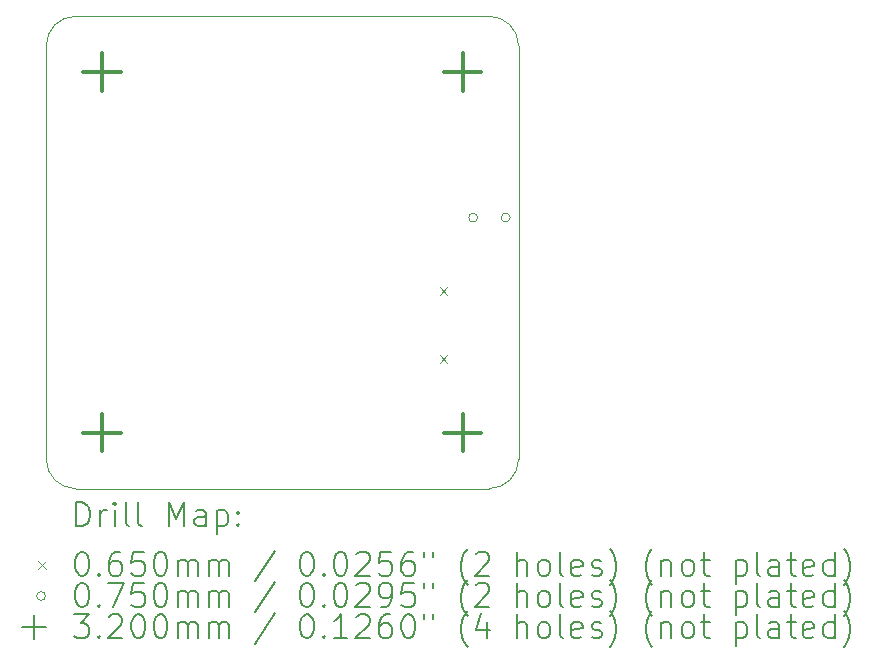
<source format=gbr>
%TF.GenerationSoftware,KiCad,Pcbnew,8.0.6*%
%TF.CreationDate,2025-09-02T14:19:03+02:00*%
%TF.ProjectId,atmos-fc,61746d6f-732d-4666-932e-6b696361645f,rev?*%
%TF.SameCoordinates,Original*%
%TF.FileFunction,Drillmap*%
%TF.FilePolarity,Positive*%
%FSLAX45Y45*%
G04 Gerber Fmt 4.5, Leading zero omitted, Abs format (unit mm)*
G04 Created by KiCad (PCBNEW 8.0.6) date 2025-09-02 14:19:03*
%MOMM*%
%LPD*%
G01*
G04 APERTURE LIST*
%ADD10C,0.100000*%
%ADD11C,0.200000*%
%ADD12C,0.320000*%
G04 APERTURE END LIST*
D10*
X11925000Y-8825000D02*
G75*
G02*
X12175000Y-8575000I250000J0D01*
G01*
X12175000Y-12575000D02*
X15675000Y-12575000D01*
X15925000Y-12325000D02*
X15925000Y-8825000D01*
X15675000Y-8575000D02*
G75*
G02*
X15925000Y-8825000I0J-250000D01*
G01*
X11925000Y-12325000D02*
X11925000Y-8825000D01*
X15925000Y-12325000D02*
G75*
G02*
X15675000Y-12575000I-250000J0D01*
G01*
X12175000Y-12575000D02*
G75*
G02*
X11925000Y-12325000I0J250000D01*
G01*
X12175000Y-8575000D02*
X15675000Y-8575000D01*
D11*
D10*
X15256000Y-10868500D02*
X15321000Y-10933500D01*
X15321000Y-10868500D02*
X15256000Y-10933500D01*
X15256000Y-11446500D02*
X15321000Y-11511500D01*
X15321000Y-11446500D02*
X15256000Y-11511500D01*
X15577500Y-10280000D02*
G75*
G02*
X15502500Y-10280000I-37500J0D01*
G01*
X15502500Y-10280000D02*
G75*
G02*
X15577500Y-10280000I37500J0D01*
G01*
X15852500Y-10280000D02*
G75*
G02*
X15777500Y-10280000I-37500J0D01*
G01*
X15777500Y-10280000D02*
G75*
G02*
X15852500Y-10280000I37500J0D01*
G01*
D12*
X12400000Y-8890000D02*
X12400000Y-9210000D01*
X12240000Y-9050000D02*
X12560000Y-9050000D01*
X12400000Y-11940000D02*
X12400000Y-12260000D01*
X12240000Y-12100000D02*
X12560000Y-12100000D01*
X15450000Y-8890000D02*
X15450000Y-9210000D01*
X15290000Y-9050000D02*
X15610000Y-9050000D01*
X15450000Y-11940000D02*
X15450000Y-12260000D01*
X15290000Y-12100000D02*
X15610000Y-12100000D01*
D11*
X12180777Y-12891484D02*
X12180777Y-12691484D01*
X12180777Y-12691484D02*
X12228396Y-12691484D01*
X12228396Y-12691484D02*
X12256967Y-12701008D01*
X12256967Y-12701008D02*
X12276015Y-12720055D01*
X12276015Y-12720055D02*
X12285539Y-12739103D01*
X12285539Y-12739103D02*
X12295062Y-12777198D01*
X12295062Y-12777198D02*
X12295062Y-12805769D01*
X12295062Y-12805769D02*
X12285539Y-12843865D01*
X12285539Y-12843865D02*
X12276015Y-12862912D01*
X12276015Y-12862912D02*
X12256967Y-12881960D01*
X12256967Y-12881960D02*
X12228396Y-12891484D01*
X12228396Y-12891484D02*
X12180777Y-12891484D01*
X12380777Y-12891484D02*
X12380777Y-12758150D01*
X12380777Y-12796246D02*
X12390301Y-12777198D01*
X12390301Y-12777198D02*
X12399824Y-12767674D01*
X12399824Y-12767674D02*
X12418872Y-12758150D01*
X12418872Y-12758150D02*
X12437920Y-12758150D01*
X12504586Y-12891484D02*
X12504586Y-12758150D01*
X12504586Y-12691484D02*
X12495062Y-12701008D01*
X12495062Y-12701008D02*
X12504586Y-12710531D01*
X12504586Y-12710531D02*
X12514110Y-12701008D01*
X12514110Y-12701008D02*
X12504586Y-12691484D01*
X12504586Y-12691484D02*
X12504586Y-12710531D01*
X12628396Y-12891484D02*
X12609348Y-12881960D01*
X12609348Y-12881960D02*
X12599824Y-12862912D01*
X12599824Y-12862912D02*
X12599824Y-12691484D01*
X12733158Y-12891484D02*
X12714110Y-12881960D01*
X12714110Y-12881960D02*
X12704586Y-12862912D01*
X12704586Y-12862912D02*
X12704586Y-12691484D01*
X12961729Y-12891484D02*
X12961729Y-12691484D01*
X12961729Y-12691484D02*
X13028396Y-12834341D01*
X13028396Y-12834341D02*
X13095062Y-12691484D01*
X13095062Y-12691484D02*
X13095062Y-12891484D01*
X13276015Y-12891484D02*
X13276015Y-12786722D01*
X13276015Y-12786722D02*
X13266491Y-12767674D01*
X13266491Y-12767674D02*
X13247443Y-12758150D01*
X13247443Y-12758150D02*
X13209348Y-12758150D01*
X13209348Y-12758150D02*
X13190301Y-12767674D01*
X13276015Y-12881960D02*
X13256967Y-12891484D01*
X13256967Y-12891484D02*
X13209348Y-12891484D01*
X13209348Y-12891484D02*
X13190301Y-12881960D01*
X13190301Y-12881960D02*
X13180777Y-12862912D01*
X13180777Y-12862912D02*
X13180777Y-12843865D01*
X13180777Y-12843865D02*
X13190301Y-12824817D01*
X13190301Y-12824817D02*
X13209348Y-12815293D01*
X13209348Y-12815293D02*
X13256967Y-12815293D01*
X13256967Y-12815293D02*
X13276015Y-12805769D01*
X13371253Y-12758150D02*
X13371253Y-12958150D01*
X13371253Y-12767674D02*
X13390301Y-12758150D01*
X13390301Y-12758150D02*
X13428396Y-12758150D01*
X13428396Y-12758150D02*
X13447443Y-12767674D01*
X13447443Y-12767674D02*
X13456967Y-12777198D01*
X13456967Y-12777198D02*
X13466491Y-12796246D01*
X13466491Y-12796246D02*
X13466491Y-12853388D01*
X13466491Y-12853388D02*
X13456967Y-12872436D01*
X13456967Y-12872436D02*
X13447443Y-12881960D01*
X13447443Y-12881960D02*
X13428396Y-12891484D01*
X13428396Y-12891484D02*
X13390301Y-12891484D01*
X13390301Y-12891484D02*
X13371253Y-12881960D01*
X13552205Y-12872436D02*
X13561729Y-12881960D01*
X13561729Y-12881960D02*
X13552205Y-12891484D01*
X13552205Y-12891484D02*
X13542682Y-12881960D01*
X13542682Y-12881960D02*
X13552205Y-12872436D01*
X13552205Y-12872436D02*
X13552205Y-12891484D01*
X13552205Y-12767674D02*
X13561729Y-12777198D01*
X13561729Y-12777198D02*
X13552205Y-12786722D01*
X13552205Y-12786722D02*
X13542682Y-12777198D01*
X13542682Y-12777198D02*
X13552205Y-12767674D01*
X13552205Y-12767674D02*
X13552205Y-12786722D01*
D10*
X11855000Y-13187500D02*
X11920000Y-13252500D01*
X11920000Y-13187500D02*
X11855000Y-13252500D01*
D11*
X12218872Y-13111484D02*
X12237920Y-13111484D01*
X12237920Y-13111484D02*
X12256967Y-13121008D01*
X12256967Y-13121008D02*
X12266491Y-13130531D01*
X12266491Y-13130531D02*
X12276015Y-13149579D01*
X12276015Y-13149579D02*
X12285539Y-13187674D01*
X12285539Y-13187674D02*
X12285539Y-13235293D01*
X12285539Y-13235293D02*
X12276015Y-13273388D01*
X12276015Y-13273388D02*
X12266491Y-13292436D01*
X12266491Y-13292436D02*
X12256967Y-13301960D01*
X12256967Y-13301960D02*
X12237920Y-13311484D01*
X12237920Y-13311484D02*
X12218872Y-13311484D01*
X12218872Y-13311484D02*
X12199824Y-13301960D01*
X12199824Y-13301960D02*
X12190301Y-13292436D01*
X12190301Y-13292436D02*
X12180777Y-13273388D01*
X12180777Y-13273388D02*
X12171253Y-13235293D01*
X12171253Y-13235293D02*
X12171253Y-13187674D01*
X12171253Y-13187674D02*
X12180777Y-13149579D01*
X12180777Y-13149579D02*
X12190301Y-13130531D01*
X12190301Y-13130531D02*
X12199824Y-13121008D01*
X12199824Y-13121008D02*
X12218872Y-13111484D01*
X12371253Y-13292436D02*
X12380777Y-13301960D01*
X12380777Y-13301960D02*
X12371253Y-13311484D01*
X12371253Y-13311484D02*
X12361729Y-13301960D01*
X12361729Y-13301960D02*
X12371253Y-13292436D01*
X12371253Y-13292436D02*
X12371253Y-13311484D01*
X12552205Y-13111484D02*
X12514110Y-13111484D01*
X12514110Y-13111484D02*
X12495062Y-13121008D01*
X12495062Y-13121008D02*
X12485539Y-13130531D01*
X12485539Y-13130531D02*
X12466491Y-13159103D01*
X12466491Y-13159103D02*
X12456967Y-13197198D01*
X12456967Y-13197198D02*
X12456967Y-13273388D01*
X12456967Y-13273388D02*
X12466491Y-13292436D01*
X12466491Y-13292436D02*
X12476015Y-13301960D01*
X12476015Y-13301960D02*
X12495062Y-13311484D01*
X12495062Y-13311484D02*
X12533158Y-13311484D01*
X12533158Y-13311484D02*
X12552205Y-13301960D01*
X12552205Y-13301960D02*
X12561729Y-13292436D01*
X12561729Y-13292436D02*
X12571253Y-13273388D01*
X12571253Y-13273388D02*
X12571253Y-13225769D01*
X12571253Y-13225769D02*
X12561729Y-13206722D01*
X12561729Y-13206722D02*
X12552205Y-13197198D01*
X12552205Y-13197198D02*
X12533158Y-13187674D01*
X12533158Y-13187674D02*
X12495062Y-13187674D01*
X12495062Y-13187674D02*
X12476015Y-13197198D01*
X12476015Y-13197198D02*
X12466491Y-13206722D01*
X12466491Y-13206722D02*
X12456967Y-13225769D01*
X12752205Y-13111484D02*
X12656967Y-13111484D01*
X12656967Y-13111484D02*
X12647443Y-13206722D01*
X12647443Y-13206722D02*
X12656967Y-13197198D01*
X12656967Y-13197198D02*
X12676015Y-13187674D01*
X12676015Y-13187674D02*
X12723634Y-13187674D01*
X12723634Y-13187674D02*
X12742682Y-13197198D01*
X12742682Y-13197198D02*
X12752205Y-13206722D01*
X12752205Y-13206722D02*
X12761729Y-13225769D01*
X12761729Y-13225769D02*
X12761729Y-13273388D01*
X12761729Y-13273388D02*
X12752205Y-13292436D01*
X12752205Y-13292436D02*
X12742682Y-13301960D01*
X12742682Y-13301960D02*
X12723634Y-13311484D01*
X12723634Y-13311484D02*
X12676015Y-13311484D01*
X12676015Y-13311484D02*
X12656967Y-13301960D01*
X12656967Y-13301960D02*
X12647443Y-13292436D01*
X12885539Y-13111484D02*
X12904586Y-13111484D01*
X12904586Y-13111484D02*
X12923634Y-13121008D01*
X12923634Y-13121008D02*
X12933158Y-13130531D01*
X12933158Y-13130531D02*
X12942682Y-13149579D01*
X12942682Y-13149579D02*
X12952205Y-13187674D01*
X12952205Y-13187674D02*
X12952205Y-13235293D01*
X12952205Y-13235293D02*
X12942682Y-13273388D01*
X12942682Y-13273388D02*
X12933158Y-13292436D01*
X12933158Y-13292436D02*
X12923634Y-13301960D01*
X12923634Y-13301960D02*
X12904586Y-13311484D01*
X12904586Y-13311484D02*
X12885539Y-13311484D01*
X12885539Y-13311484D02*
X12866491Y-13301960D01*
X12866491Y-13301960D02*
X12856967Y-13292436D01*
X12856967Y-13292436D02*
X12847443Y-13273388D01*
X12847443Y-13273388D02*
X12837920Y-13235293D01*
X12837920Y-13235293D02*
X12837920Y-13187674D01*
X12837920Y-13187674D02*
X12847443Y-13149579D01*
X12847443Y-13149579D02*
X12856967Y-13130531D01*
X12856967Y-13130531D02*
X12866491Y-13121008D01*
X12866491Y-13121008D02*
X12885539Y-13111484D01*
X13037920Y-13311484D02*
X13037920Y-13178150D01*
X13037920Y-13197198D02*
X13047443Y-13187674D01*
X13047443Y-13187674D02*
X13066491Y-13178150D01*
X13066491Y-13178150D02*
X13095063Y-13178150D01*
X13095063Y-13178150D02*
X13114110Y-13187674D01*
X13114110Y-13187674D02*
X13123634Y-13206722D01*
X13123634Y-13206722D02*
X13123634Y-13311484D01*
X13123634Y-13206722D02*
X13133158Y-13187674D01*
X13133158Y-13187674D02*
X13152205Y-13178150D01*
X13152205Y-13178150D02*
X13180777Y-13178150D01*
X13180777Y-13178150D02*
X13199824Y-13187674D01*
X13199824Y-13187674D02*
X13209348Y-13206722D01*
X13209348Y-13206722D02*
X13209348Y-13311484D01*
X13304586Y-13311484D02*
X13304586Y-13178150D01*
X13304586Y-13197198D02*
X13314110Y-13187674D01*
X13314110Y-13187674D02*
X13333158Y-13178150D01*
X13333158Y-13178150D02*
X13361729Y-13178150D01*
X13361729Y-13178150D02*
X13380777Y-13187674D01*
X13380777Y-13187674D02*
X13390301Y-13206722D01*
X13390301Y-13206722D02*
X13390301Y-13311484D01*
X13390301Y-13206722D02*
X13399824Y-13187674D01*
X13399824Y-13187674D02*
X13418872Y-13178150D01*
X13418872Y-13178150D02*
X13447443Y-13178150D01*
X13447443Y-13178150D02*
X13466491Y-13187674D01*
X13466491Y-13187674D02*
X13476015Y-13206722D01*
X13476015Y-13206722D02*
X13476015Y-13311484D01*
X13866491Y-13101960D02*
X13695063Y-13359103D01*
X14123634Y-13111484D02*
X14142682Y-13111484D01*
X14142682Y-13111484D02*
X14161729Y-13121008D01*
X14161729Y-13121008D02*
X14171253Y-13130531D01*
X14171253Y-13130531D02*
X14180777Y-13149579D01*
X14180777Y-13149579D02*
X14190301Y-13187674D01*
X14190301Y-13187674D02*
X14190301Y-13235293D01*
X14190301Y-13235293D02*
X14180777Y-13273388D01*
X14180777Y-13273388D02*
X14171253Y-13292436D01*
X14171253Y-13292436D02*
X14161729Y-13301960D01*
X14161729Y-13301960D02*
X14142682Y-13311484D01*
X14142682Y-13311484D02*
X14123634Y-13311484D01*
X14123634Y-13311484D02*
X14104586Y-13301960D01*
X14104586Y-13301960D02*
X14095063Y-13292436D01*
X14095063Y-13292436D02*
X14085539Y-13273388D01*
X14085539Y-13273388D02*
X14076015Y-13235293D01*
X14076015Y-13235293D02*
X14076015Y-13187674D01*
X14076015Y-13187674D02*
X14085539Y-13149579D01*
X14085539Y-13149579D02*
X14095063Y-13130531D01*
X14095063Y-13130531D02*
X14104586Y-13121008D01*
X14104586Y-13121008D02*
X14123634Y-13111484D01*
X14276015Y-13292436D02*
X14285539Y-13301960D01*
X14285539Y-13301960D02*
X14276015Y-13311484D01*
X14276015Y-13311484D02*
X14266491Y-13301960D01*
X14266491Y-13301960D02*
X14276015Y-13292436D01*
X14276015Y-13292436D02*
X14276015Y-13311484D01*
X14409348Y-13111484D02*
X14428396Y-13111484D01*
X14428396Y-13111484D02*
X14447444Y-13121008D01*
X14447444Y-13121008D02*
X14456967Y-13130531D01*
X14456967Y-13130531D02*
X14466491Y-13149579D01*
X14466491Y-13149579D02*
X14476015Y-13187674D01*
X14476015Y-13187674D02*
X14476015Y-13235293D01*
X14476015Y-13235293D02*
X14466491Y-13273388D01*
X14466491Y-13273388D02*
X14456967Y-13292436D01*
X14456967Y-13292436D02*
X14447444Y-13301960D01*
X14447444Y-13301960D02*
X14428396Y-13311484D01*
X14428396Y-13311484D02*
X14409348Y-13311484D01*
X14409348Y-13311484D02*
X14390301Y-13301960D01*
X14390301Y-13301960D02*
X14380777Y-13292436D01*
X14380777Y-13292436D02*
X14371253Y-13273388D01*
X14371253Y-13273388D02*
X14361729Y-13235293D01*
X14361729Y-13235293D02*
X14361729Y-13187674D01*
X14361729Y-13187674D02*
X14371253Y-13149579D01*
X14371253Y-13149579D02*
X14380777Y-13130531D01*
X14380777Y-13130531D02*
X14390301Y-13121008D01*
X14390301Y-13121008D02*
X14409348Y-13111484D01*
X14552206Y-13130531D02*
X14561729Y-13121008D01*
X14561729Y-13121008D02*
X14580777Y-13111484D01*
X14580777Y-13111484D02*
X14628396Y-13111484D01*
X14628396Y-13111484D02*
X14647444Y-13121008D01*
X14647444Y-13121008D02*
X14656967Y-13130531D01*
X14656967Y-13130531D02*
X14666491Y-13149579D01*
X14666491Y-13149579D02*
X14666491Y-13168627D01*
X14666491Y-13168627D02*
X14656967Y-13197198D01*
X14656967Y-13197198D02*
X14542682Y-13311484D01*
X14542682Y-13311484D02*
X14666491Y-13311484D01*
X14847444Y-13111484D02*
X14752206Y-13111484D01*
X14752206Y-13111484D02*
X14742682Y-13206722D01*
X14742682Y-13206722D02*
X14752206Y-13197198D01*
X14752206Y-13197198D02*
X14771253Y-13187674D01*
X14771253Y-13187674D02*
X14818872Y-13187674D01*
X14818872Y-13187674D02*
X14837920Y-13197198D01*
X14837920Y-13197198D02*
X14847444Y-13206722D01*
X14847444Y-13206722D02*
X14856967Y-13225769D01*
X14856967Y-13225769D02*
X14856967Y-13273388D01*
X14856967Y-13273388D02*
X14847444Y-13292436D01*
X14847444Y-13292436D02*
X14837920Y-13301960D01*
X14837920Y-13301960D02*
X14818872Y-13311484D01*
X14818872Y-13311484D02*
X14771253Y-13311484D01*
X14771253Y-13311484D02*
X14752206Y-13301960D01*
X14752206Y-13301960D02*
X14742682Y-13292436D01*
X15028396Y-13111484D02*
X14990301Y-13111484D01*
X14990301Y-13111484D02*
X14971253Y-13121008D01*
X14971253Y-13121008D02*
X14961729Y-13130531D01*
X14961729Y-13130531D02*
X14942682Y-13159103D01*
X14942682Y-13159103D02*
X14933158Y-13197198D01*
X14933158Y-13197198D02*
X14933158Y-13273388D01*
X14933158Y-13273388D02*
X14942682Y-13292436D01*
X14942682Y-13292436D02*
X14952206Y-13301960D01*
X14952206Y-13301960D02*
X14971253Y-13311484D01*
X14971253Y-13311484D02*
X15009348Y-13311484D01*
X15009348Y-13311484D02*
X15028396Y-13301960D01*
X15028396Y-13301960D02*
X15037920Y-13292436D01*
X15037920Y-13292436D02*
X15047444Y-13273388D01*
X15047444Y-13273388D02*
X15047444Y-13225769D01*
X15047444Y-13225769D02*
X15037920Y-13206722D01*
X15037920Y-13206722D02*
X15028396Y-13197198D01*
X15028396Y-13197198D02*
X15009348Y-13187674D01*
X15009348Y-13187674D02*
X14971253Y-13187674D01*
X14971253Y-13187674D02*
X14952206Y-13197198D01*
X14952206Y-13197198D02*
X14942682Y-13206722D01*
X14942682Y-13206722D02*
X14933158Y-13225769D01*
X15123634Y-13111484D02*
X15123634Y-13149579D01*
X15199825Y-13111484D02*
X15199825Y-13149579D01*
X15495063Y-13387674D02*
X15485539Y-13378150D01*
X15485539Y-13378150D02*
X15466491Y-13349579D01*
X15466491Y-13349579D02*
X15456968Y-13330531D01*
X15456968Y-13330531D02*
X15447444Y-13301960D01*
X15447444Y-13301960D02*
X15437920Y-13254341D01*
X15437920Y-13254341D02*
X15437920Y-13216246D01*
X15437920Y-13216246D02*
X15447444Y-13168627D01*
X15447444Y-13168627D02*
X15456968Y-13140055D01*
X15456968Y-13140055D02*
X15466491Y-13121008D01*
X15466491Y-13121008D02*
X15485539Y-13092436D01*
X15485539Y-13092436D02*
X15495063Y-13082912D01*
X15561729Y-13130531D02*
X15571253Y-13121008D01*
X15571253Y-13121008D02*
X15590301Y-13111484D01*
X15590301Y-13111484D02*
X15637920Y-13111484D01*
X15637920Y-13111484D02*
X15656968Y-13121008D01*
X15656968Y-13121008D02*
X15666491Y-13130531D01*
X15666491Y-13130531D02*
X15676015Y-13149579D01*
X15676015Y-13149579D02*
X15676015Y-13168627D01*
X15676015Y-13168627D02*
X15666491Y-13197198D01*
X15666491Y-13197198D02*
X15552206Y-13311484D01*
X15552206Y-13311484D02*
X15676015Y-13311484D01*
X15914110Y-13311484D02*
X15914110Y-13111484D01*
X15999825Y-13311484D02*
X15999825Y-13206722D01*
X15999825Y-13206722D02*
X15990301Y-13187674D01*
X15990301Y-13187674D02*
X15971253Y-13178150D01*
X15971253Y-13178150D02*
X15942682Y-13178150D01*
X15942682Y-13178150D02*
X15923634Y-13187674D01*
X15923634Y-13187674D02*
X15914110Y-13197198D01*
X16123634Y-13311484D02*
X16104587Y-13301960D01*
X16104587Y-13301960D02*
X16095063Y-13292436D01*
X16095063Y-13292436D02*
X16085539Y-13273388D01*
X16085539Y-13273388D02*
X16085539Y-13216246D01*
X16085539Y-13216246D02*
X16095063Y-13197198D01*
X16095063Y-13197198D02*
X16104587Y-13187674D01*
X16104587Y-13187674D02*
X16123634Y-13178150D01*
X16123634Y-13178150D02*
X16152206Y-13178150D01*
X16152206Y-13178150D02*
X16171253Y-13187674D01*
X16171253Y-13187674D02*
X16180777Y-13197198D01*
X16180777Y-13197198D02*
X16190301Y-13216246D01*
X16190301Y-13216246D02*
X16190301Y-13273388D01*
X16190301Y-13273388D02*
X16180777Y-13292436D01*
X16180777Y-13292436D02*
X16171253Y-13301960D01*
X16171253Y-13301960D02*
X16152206Y-13311484D01*
X16152206Y-13311484D02*
X16123634Y-13311484D01*
X16304587Y-13311484D02*
X16285539Y-13301960D01*
X16285539Y-13301960D02*
X16276015Y-13282912D01*
X16276015Y-13282912D02*
X16276015Y-13111484D01*
X16456968Y-13301960D02*
X16437920Y-13311484D01*
X16437920Y-13311484D02*
X16399825Y-13311484D01*
X16399825Y-13311484D02*
X16380777Y-13301960D01*
X16380777Y-13301960D02*
X16371253Y-13282912D01*
X16371253Y-13282912D02*
X16371253Y-13206722D01*
X16371253Y-13206722D02*
X16380777Y-13187674D01*
X16380777Y-13187674D02*
X16399825Y-13178150D01*
X16399825Y-13178150D02*
X16437920Y-13178150D01*
X16437920Y-13178150D02*
X16456968Y-13187674D01*
X16456968Y-13187674D02*
X16466491Y-13206722D01*
X16466491Y-13206722D02*
X16466491Y-13225769D01*
X16466491Y-13225769D02*
X16371253Y-13244817D01*
X16542682Y-13301960D02*
X16561730Y-13311484D01*
X16561730Y-13311484D02*
X16599825Y-13311484D01*
X16599825Y-13311484D02*
X16618872Y-13301960D01*
X16618872Y-13301960D02*
X16628396Y-13282912D01*
X16628396Y-13282912D02*
X16628396Y-13273388D01*
X16628396Y-13273388D02*
X16618872Y-13254341D01*
X16618872Y-13254341D02*
X16599825Y-13244817D01*
X16599825Y-13244817D02*
X16571253Y-13244817D01*
X16571253Y-13244817D02*
X16552206Y-13235293D01*
X16552206Y-13235293D02*
X16542682Y-13216246D01*
X16542682Y-13216246D02*
X16542682Y-13206722D01*
X16542682Y-13206722D02*
X16552206Y-13187674D01*
X16552206Y-13187674D02*
X16571253Y-13178150D01*
X16571253Y-13178150D02*
X16599825Y-13178150D01*
X16599825Y-13178150D02*
X16618872Y-13187674D01*
X16695063Y-13387674D02*
X16704587Y-13378150D01*
X16704587Y-13378150D02*
X16723634Y-13349579D01*
X16723634Y-13349579D02*
X16733158Y-13330531D01*
X16733158Y-13330531D02*
X16742682Y-13301960D01*
X16742682Y-13301960D02*
X16752206Y-13254341D01*
X16752206Y-13254341D02*
X16752206Y-13216246D01*
X16752206Y-13216246D02*
X16742682Y-13168627D01*
X16742682Y-13168627D02*
X16733158Y-13140055D01*
X16733158Y-13140055D02*
X16723634Y-13121008D01*
X16723634Y-13121008D02*
X16704587Y-13092436D01*
X16704587Y-13092436D02*
X16695063Y-13082912D01*
X17056968Y-13387674D02*
X17047444Y-13378150D01*
X17047444Y-13378150D02*
X17028396Y-13349579D01*
X17028396Y-13349579D02*
X17018873Y-13330531D01*
X17018873Y-13330531D02*
X17009349Y-13301960D01*
X17009349Y-13301960D02*
X16999825Y-13254341D01*
X16999825Y-13254341D02*
X16999825Y-13216246D01*
X16999825Y-13216246D02*
X17009349Y-13168627D01*
X17009349Y-13168627D02*
X17018873Y-13140055D01*
X17018873Y-13140055D02*
X17028396Y-13121008D01*
X17028396Y-13121008D02*
X17047444Y-13092436D01*
X17047444Y-13092436D02*
X17056968Y-13082912D01*
X17133158Y-13178150D02*
X17133158Y-13311484D01*
X17133158Y-13197198D02*
X17142682Y-13187674D01*
X17142682Y-13187674D02*
X17161730Y-13178150D01*
X17161730Y-13178150D02*
X17190301Y-13178150D01*
X17190301Y-13178150D02*
X17209349Y-13187674D01*
X17209349Y-13187674D02*
X17218873Y-13206722D01*
X17218873Y-13206722D02*
X17218873Y-13311484D01*
X17342682Y-13311484D02*
X17323634Y-13301960D01*
X17323634Y-13301960D02*
X17314111Y-13292436D01*
X17314111Y-13292436D02*
X17304587Y-13273388D01*
X17304587Y-13273388D02*
X17304587Y-13216246D01*
X17304587Y-13216246D02*
X17314111Y-13197198D01*
X17314111Y-13197198D02*
X17323634Y-13187674D01*
X17323634Y-13187674D02*
X17342682Y-13178150D01*
X17342682Y-13178150D02*
X17371254Y-13178150D01*
X17371254Y-13178150D02*
X17390301Y-13187674D01*
X17390301Y-13187674D02*
X17399825Y-13197198D01*
X17399825Y-13197198D02*
X17409349Y-13216246D01*
X17409349Y-13216246D02*
X17409349Y-13273388D01*
X17409349Y-13273388D02*
X17399825Y-13292436D01*
X17399825Y-13292436D02*
X17390301Y-13301960D01*
X17390301Y-13301960D02*
X17371254Y-13311484D01*
X17371254Y-13311484D02*
X17342682Y-13311484D01*
X17466492Y-13178150D02*
X17542682Y-13178150D01*
X17495063Y-13111484D02*
X17495063Y-13282912D01*
X17495063Y-13282912D02*
X17504587Y-13301960D01*
X17504587Y-13301960D02*
X17523634Y-13311484D01*
X17523634Y-13311484D02*
X17542682Y-13311484D01*
X17761730Y-13178150D02*
X17761730Y-13378150D01*
X17761730Y-13187674D02*
X17780777Y-13178150D01*
X17780777Y-13178150D02*
X17818873Y-13178150D01*
X17818873Y-13178150D02*
X17837920Y-13187674D01*
X17837920Y-13187674D02*
X17847444Y-13197198D01*
X17847444Y-13197198D02*
X17856968Y-13216246D01*
X17856968Y-13216246D02*
X17856968Y-13273388D01*
X17856968Y-13273388D02*
X17847444Y-13292436D01*
X17847444Y-13292436D02*
X17837920Y-13301960D01*
X17837920Y-13301960D02*
X17818873Y-13311484D01*
X17818873Y-13311484D02*
X17780777Y-13311484D01*
X17780777Y-13311484D02*
X17761730Y-13301960D01*
X17971254Y-13311484D02*
X17952206Y-13301960D01*
X17952206Y-13301960D02*
X17942682Y-13282912D01*
X17942682Y-13282912D02*
X17942682Y-13111484D01*
X18133158Y-13311484D02*
X18133158Y-13206722D01*
X18133158Y-13206722D02*
X18123635Y-13187674D01*
X18123635Y-13187674D02*
X18104587Y-13178150D01*
X18104587Y-13178150D02*
X18066492Y-13178150D01*
X18066492Y-13178150D02*
X18047444Y-13187674D01*
X18133158Y-13301960D02*
X18114111Y-13311484D01*
X18114111Y-13311484D02*
X18066492Y-13311484D01*
X18066492Y-13311484D02*
X18047444Y-13301960D01*
X18047444Y-13301960D02*
X18037920Y-13282912D01*
X18037920Y-13282912D02*
X18037920Y-13263865D01*
X18037920Y-13263865D02*
X18047444Y-13244817D01*
X18047444Y-13244817D02*
X18066492Y-13235293D01*
X18066492Y-13235293D02*
X18114111Y-13235293D01*
X18114111Y-13235293D02*
X18133158Y-13225769D01*
X18199825Y-13178150D02*
X18276015Y-13178150D01*
X18228396Y-13111484D02*
X18228396Y-13282912D01*
X18228396Y-13282912D02*
X18237920Y-13301960D01*
X18237920Y-13301960D02*
X18256968Y-13311484D01*
X18256968Y-13311484D02*
X18276015Y-13311484D01*
X18418873Y-13301960D02*
X18399825Y-13311484D01*
X18399825Y-13311484D02*
X18361730Y-13311484D01*
X18361730Y-13311484D02*
X18342682Y-13301960D01*
X18342682Y-13301960D02*
X18333158Y-13282912D01*
X18333158Y-13282912D02*
X18333158Y-13206722D01*
X18333158Y-13206722D02*
X18342682Y-13187674D01*
X18342682Y-13187674D02*
X18361730Y-13178150D01*
X18361730Y-13178150D02*
X18399825Y-13178150D01*
X18399825Y-13178150D02*
X18418873Y-13187674D01*
X18418873Y-13187674D02*
X18428396Y-13206722D01*
X18428396Y-13206722D02*
X18428396Y-13225769D01*
X18428396Y-13225769D02*
X18333158Y-13244817D01*
X18599825Y-13311484D02*
X18599825Y-13111484D01*
X18599825Y-13301960D02*
X18580777Y-13311484D01*
X18580777Y-13311484D02*
X18542682Y-13311484D01*
X18542682Y-13311484D02*
X18523635Y-13301960D01*
X18523635Y-13301960D02*
X18514111Y-13292436D01*
X18514111Y-13292436D02*
X18504587Y-13273388D01*
X18504587Y-13273388D02*
X18504587Y-13216246D01*
X18504587Y-13216246D02*
X18514111Y-13197198D01*
X18514111Y-13197198D02*
X18523635Y-13187674D01*
X18523635Y-13187674D02*
X18542682Y-13178150D01*
X18542682Y-13178150D02*
X18580777Y-13178150D01*
X18580777Y-13178150D02*
X18599825Y-13187674D01*
X18676016Y-13387674D02*
X18685539Y-13378150D01*
X18685539Y-13378150D02*
X18704587Y-13349579D01*
X18704587Y-13349579D02*
X18714111Y-13330531D01*
X18714111Y-13330531D02*
X18723635Y-13301960D01*
X18723635Y-13301960D02*
X18733158Y-13254341D01*
X18733158Y-13254341D02*
X18733158Y-13216246D01*
X18733158Y-13216246D02*
X18723635Y-13168627D01*
X18723635Y-13168627D02*
X18714111Y-13140055D01*
X18714111Y-13140055D02*
X18704587Y-13121008D01*
X18704587Y-13121008D02*
X18685539Y-13092436D01*
X18685539Y-13092436D02*
X18676016Y-13082912D01*
D10*
X11920000Y-13484000D02*
G75*
G02*
X11845000Y-13484000I-37500J0D01*
G01*
X11845000Y-13484000D02*
G75*
G02*
X11920000Y-13484000I37500J0D01*
G01*
D11*
X12218872Y-13375484D02*
X12237920Y-13375484D01*
X12237920Y-13375484D02*
X12256967Y-13385008D01*
X12256967Y-13385008D02*
X12266491Y-13394531D01*
X12266491Y-13394531D02*
X12276015Y-13413579D01*
X12276015Y-13413579D02*
X12285539Y-13451674D01*
X12285539Y-13451674D02*
X12285539Y-13499293D01*
X12285539Y-13499293D02*
X12276015Y-13537388D01*
X12276015Y-13537388D02*
X12266491Y-13556436D01*
X12266491Y-13556436D02*
X12256967Y-13565960D01*
X12256967Y-13565960D02*
X12237920Y-13575484D01*
X12237920Y-13575484D02*
X12218872Y-13575484D01*
X12218872Y-13575484D02*
X12199824Y-13565960D01*
X12199824Y-13565960D02*
X12190301Y-13556436D01*
X12190301Y-13556436D02*
X12180777Y-13537388D01*
X12180777Y-13537388D02*
X12171253Y-13499293D01*
X12171253Y-13499293D02*
X12171253Y-13451674D01*
X12171253Y-13451674D02*
X12180777Y-13413579D01*
X12180777Y-13413579D02*
X12190301Y-13394531D01*
X12190301Y-13394531D02*
X12199824Y-13385008D01*
X12199824Y-13385008D02*
X12218872Y-13375484D01*
X12371253Y-13556436D02*
X12380777Y-13565960D01*
X12380777Y-13565960D02*
X12371253Y-13575484D01*
X12371253Y-13575484D02*
X12361729Y-13565960D01*
X12361729Y-13565960D02*
X12371253Y-13556436D01*
X12371253Y-13556436D02*
X12371253Y-13575484D01*
X12447443Y-13375484D02*
X12580777Y-13375484D01*
X12580777Y-13375484D02*
X12495062Y-13575484D01*
X12752205Y-13375484D02*
X12656967Y-13375484D01*
X12656967Y-13375484D02*
X12647443Y-13470722D01*
X12647443Y-13470722D02*
X12656967Y-13461198D01*
X12656967Y-13461198D02*
X12676015Y-13451674D01*
X12676015Y-13451674D02*
X12723634Y-13451674D01*
X12723634Y-13451674D02*
X12742682Y-13461198D01*
X12742682Y-13461198D02*
X12752205Y-13470722D01*
X12752205Y-13470722D02*
X12761729Y-13489769D01*
X12761729Y-13489769D02*
X12761729Y-13537388D01*
X12761729Y-13537388D02*
X12752205Y-13556436D01*
X12752205Y-13556436D02*
X12742682Y-13565960D01*
X12742682Y-13565960D02*
X12723634Y-13575484D01*
X12723634Y-13575484D02*
X12676015Y-13575484D01*
X12676015Y-13575484D02*
X12656967Y-13565960D01*
X12656967Y-13565960D02*
X12647443Y-13556436D01*
X12885539Y-13375484D02*
X12904586Y-13375484D01*
X12904586Y-13375484D02*
X12923634Y-13385008D01*
X12923634Y-13385008D02*
X12933158Y-13394531D01*
X12933158Y-13394531D02*
X12942682Y-13413579D01*
X12942682Y-13413579D02*
X12952205Y-13451674D01*
X12952205Y-13451674D02*
X12952205Y-13499293D01*
X12952205Y-13499293D02*
X12942682Y-13537388D01*
X12942682Y-13537388D02*
X12933158Y-13556436D01*
X12933158Y-13556436D02*
X12923634Y-13565960D01*
X12923634Y-13565960D02*
X12904586Y-13575484D01*
X12904586Y-13575484D02*
X12885539Y-13575484D01*
X12885539Y-13575484D02*
X12866491Y-13565960D01*
X12866491Y-13565960D02*
X12856967Y-13556436D01*
X12856967Y-13556436D02*
X12847443Y-13537388D01*
X12847443Y-13537388D02*
X12837920Y-13499293D01*
X12837920Y-13499293D02*
X12837920Y-13451674D01*
X12837920Y-13451674D02*
X12847443Y-13413579D01*
X12847443Y-13413579D02*
X12856967Y-13394531D01*
X12856967Y-13394531D02*
X12866491Y-13385008D01*
X12866491Y-13385008D02*
X12885539Y-13375484D01*
X13037920Y-13575484D02*
X13037920Y-13442150D01*
X13037920Y-13461198D02*
X13047443Y-13451674D01*
X13047443Y-13451674D02*
X13066491Y-13442150D01*
X13066491Y-13442150D02*
X13095063Y-13442150D01*
X13095063Y-13442150D02*
X13114110Y-13451674D01*
X13114110Y-13451674D02*
X13123634Y-13470722D01*
X13123634Y-13470722D02*
X13123634Y-13575484D01*
X13123634Y-13470722D02*
X13133158Y-13451674D01*
X13133158Y-13451674D02*
X13152205Y-13442150D01*
X13152205Y-13442150D02*
X13180777Y-13442150D01*
X13180777Y-13442150D02*
X13199824Y-13451674D01*
X13199824Y-13451674D02*
X13209348Y-13470722D01*
X13209348Y-13470722D02*
X13209348Y-13575484D01*
X13304586Y-13575484D02*
X13304586Y-13442150D01*
X13304586Y-13461198D02*
X13314110Y-13451674D01*
X13314110Y-13451674D02*
X13333158Y-13442150D01*
X13333158Y-13442150D02*
X13361729Y-13442150D01*
X13361729Y-13442150D02*
X13380777Y-13451674D01*
X13380777Y-13451674D02*
X13390301Y-13470722D01*
X13390301Y-13470722D02*
X13390301Y-13575484D01*
X13390301Y-13470722D02*
X13399824Y-13451674D01*
X13399824Y-13451674D02*
X13418872Y-13442150D01*
X13418872Y-13442150D02*
X13447443Y-13442150D01*
X13447443Y-13442150D02*
X13466491Y-13451674D01*
X13466491Y-13451674D02*
X13476015Y-13470722D01*
X13476015Y-13470722D02*
X13476015Y-13575484D01*
X13866491Y-13365960D02*
X13695063Y-13623103D01*
X14123634Y-13375484D02*
X14142682Y-13375484D01*
X14142682Y-13375484D02*
X14161729Y-13385008D01*
X14161729Y-13385008D02*
X14171253Y-13394531D01*
X14171253Y-13394531D02*
X14180777Y-13413579D01*
X14180777Y-13413579D02*
X14190301Y-13451674D01*
X14190301Y-13451674D02*
X14190301Y-13499293D01*
X14190301Y-13499293D02*
X14180777Y-13537388D01*
X14180777Y-13537388D02*
X14171253Y-13556436D01*
X14171253Y-13556436D02*
X14161729Y-13565960D01*
X14161729Y-13565960D02*
X14142682Y-13575484D01*
X14142682Y-13575484D02*
X14123634Y-13575484D01*
X14123634Y-13575484D02*
X14104586Y-13565960D01*
X14104586Y-13565960D02*
X14095063Y-13556436D01*
X14095063Y-13556436D02*
X14085539Y-13537388D01*
X14085539Y-13537388D02*
X14076015Y-13499293D01*
X14076015Y-13499293D02*
X14076015Y-13451674D01*
X14076015Y-13451674D02*
X14085539Y-13413579D01*
X14085539Y-13413579D02*
X14095063Y-13394531D01*
X14095063Y-13394531D02*
X14104586Y-13385008D01*
X14104586Y-13385008D02*
X14123634Y-13375484D01*
X14276015Y-13556436D02*
X14285539Y-13565960D01*
X14285539Y-13565960D02*
X14276015Y-13575484D01*
X14276015Y-13575484D02*
X14266491Y-13565960D01*
X14266491Y-13565960D02*
X14276015Y-13556436D01*
X14276015Y-13556436D02*
X14276015Y-13575484D01*
X14409348Y-13375484D02*
X14428396Y-13375484D01*
X14428396Y-13375484D02*
X14447444Y-13385008D01*
X14447444Y-13385008D02*
X14456967Y-13394531D01*
X14456967Y-13394531D02*
X14466491Y-13413579D01*
X14466491Y-13413579D02*
X14476015Y-13451674D01*
X14476015Y-13451674D02*
X14476015Y-13499293D01*
X14476015Y-13499293D02*
X14466491Y-13537388D01*
X14466491Y-13537388D02*
X14456967Y-13556436D01*
X14456967Y-13556436D02*
X14447444Y-13565960D01*
X14447444Y-13565960D02*
X14428396Y-13575484D01*
X14428396Y-13575484D02*
X14409348Y-13575484D01*
X14409348Y-13575484D02*
X14390301Y-13565960D01*
X14390301Y-13565960D02*
X14380777Y-13556436D01*
X14380777Y-13556436D02*
X14371253Y-13537388D01*
X14371253Y-13537388D02*
X14361729Y-13499293D01*
X14361729Y-13499293D02*
X14361729Y-13451674D01*
X14361729Y-13451674D02*
X14371253Y-13413579D01*
X14371253Y-13413579D02*
X14380777Y-13394531D01*
X14380777Y-13394531D02*
X14390301Y-13385008D01*
X14390301Y-13385008D02*
X14409348Y-13375484D01*
X14552206Y-13394531D02*
X14561729Y-13385008D01*
X14561729Y-13385008D02*
X14580777Y-13375484D01*
X14580777Y-13375484D02*
X14628396Y-13375484D01*
X14628396Y-13375484D02*
X14647444Y-13385008D01*
X14647444Y-13385008D02*
X14656967Y-13394531D01*
X14656967Y-13394531D02*
X14666491Y-13413579D01*
X14666491Y-13413579D02*
X14666491Y-13432627D01*
X14666491Y-13432627D02*
X14656967Y-13461198D01*
X14656967Y-13461198D02*
X14542682Y-13575484D01*
X14542682Y-13575484D02*
X14666491Y-13575484D01*
X14761729Y-13575484D02*
X14799825Y-13575484D01*
X14799825Y-13575484D02*
X14818872Y-13565960D01*
X14818872Y-13565960D02*
X14828396Y-13556436D01*
X14828396Y-13556436D02*
X14847444Y-13527865D01*
X14847444Y-13527865D02*
X14856967Y-13489769D01*
X14856967Y-13489769D02*
X14856967Y-13413579D01*
X14856967Y-13413579D02*
X14847444Y-13394531D01*
X14847444Y-13394531D02*
X14837920Y-13385008D01*
X14837920Y-13385008D02*
X14818872Y-13375484D01*
X14818872Y-13375484D02*
X14780777Y-13375484D01*
X14780777Y-13375484D02*
X14761729Y-13385008D01*
X14761729Y-13385008D02*
X14752206Y-13394531D01*
X14752206Y-13394531D02*
X14742682Y-13413579D01*
X14742682Y-13413579D02*
X14742682Y-13461198D01*
X14742682Y-13461198D02*
X14752206Y-13480246D01*
X14752206Y-13480246D02*
X14761729Y-13489769D01*
X14761729Y-13489769D02*
X14780777Y-13499293D01*
X14780777Y-13499293D02*
X14818872Y-13499293D01*
X14818872Y-13499293D02*
X14837920Y-13489769D01*
X14837920Y-13489769D02*
X14847444Y-13480246D01*
X14847444Y-13480246D02*
X14856967Y-13461198D01*
X15037920Y-13375484D02*
X14942682Y-13375484D01*
X14942682Y-13375484D02*
X14933158Y-13470722D01*
X14933158Y-13470722D02*
X14942682Y-13461198D01*
X14942682Y-13461198D02*
X14961729Y-13451674D01*
X14961729Y-13451674D02*
X15009348Y-13451674D01*
X15009348Y-13451674D02*
X15028396Y-13461198D01*
X15028396Y-13461198D02*
X15037920Y-13470722D01*
X15037920Y-13470722D02*
X15047444Y-13489769D01*
X15047444Y-13489769D02*
X15047444Y-13537388D01*
X15047444Y-13537388D02*
X15037920Y-13556436D01*
X15037920Y-13556436D02*
X15028396Y-13565960D01*
X15028396Y-13565960D02*
X15009348Y-13575484D01*
X15009348Y-13575484D02*
X14961729Y-13575484D01*
X14961729Y-13575484D02*
X14942682Y-13565960D01*
X14942682Y-13565960D02*
X14933158Y-13556436D01*
X15123634Y-13375484D02*
X15123634Y-13413579D01*
X15199825Y-13375484D02*
X15199825Y-13413579D01*
X15495063Y-13651674D02*
X15485539Y-13642150D01*
X15485539Y-13642150D02*
X15466491Y-13613579D01*
X15466491Y-13613579D02*
X15456968Y-13594531D01*
X15456968Y-13594531D02*
X15447444Y-13565960D01*
X15447444Y-13565960D02*
X15437920Y-13518341D01*
X15437920Y-13518341D02*
X15437920Y-13480246D01*
X15437920Y-13480246D02*
X15447444Y-13432627D01*
X15447444Y-13432627D02*
X15456968Y-13404055D01*
X15456968Y-13404055D02*
X15466491Y-13385008D01*
X15466491Y-13385008D02*
X15485539Y-13356436D01*
X15485539Y-13356436D02*
X15495063Y-13346912D01*
X15561729Y-13394531D02*
X15571253Y-13385008D01*
X15571253Y-13385008D02*
X15590301Y-13375484D01*
X15590301Y-13375484D02*
X15637920Y-13375484D01*
X15637920Y-13375484D02*
X15656968Y-13385008D01*
X15656968Y-13385008D02*
X15666491Y-13394531D01*
X15666491Y-13394531D02*
X15676015Y-13413579D01*
X15676015Y-13413579D02*
X15676015Y-13432627D01*
X15676015Y-13432627D02*
X15666491Y-13461198D01*
X15666491Y-13461198D02*
X15552206Y-13575484D01*
X15552206Y-13575484D02*
X15676015Y-13575484D01*
X15914110Y-13575484D02*
X15914110Y-13375484D01*
X15999825Y-13575484D02*
X15999825Y-13470722D01*
X15999825Y-13470722D02*
X15990301Y-13451674D01*
X15990301Y-13451674D02*
X15971253Y-13442150D01*
X15971253Y-13442150D02*
X15942682Y-13442150D01*
X15942682Y-13442150D02*
X15923634Y-13451674D01*
X15923634Y-13451674D02*
X15914110Y-13461198D01*
X16123634Y-13575484D02*
X16104587Y-13565960D01*
X16104587Y-13565960D02*
X16095063Y-13556436D01*
X16095063Y-13556436D02*
X16085539Y-13537388D01*
X16085539Y-13537388D02*
X16085539Y-13480246D01*
X16085539Y-13480246D02*
X16095063Y-13461198D01*
X16095063Y-13461198D02*
X16104587Y-13451674D01*
X16104587Y-13451674D02*
X16123634Y-13442150D01*
X16123634Y-13442150D02*
X16152206Y-13442150D01*
X16152206Y-13442150D02*
X16171253Y-13451674D01*
X16171253Y-13451674D02*
X16180777Y-13461198D01*
X16180777Y-13461198D02*
X16190301Y-13480246D01*
X16190301Y-13480246D02*
X16190301Y-13537388D01*
X16190301Y-13537388D02*
X16180777Y-13556436D01*
X16180777Y-13556436D02*
X16171253Y-13565960D01*
X16171253Y-13565960D02*
X16152206Y-13575484D01*
X16152206Y-13575484D02*
X16123634Y-13575484D01*
X16304587Y-13575484D02*
X16285539Y-13565960D01*
X16285539Y-13565960D02*
X16276015Y-13546912D01*
X16276015Y-13546912D02*
X16276015Y-13375484D01*
X16456968Y-13565960D02*
X16437920Y-13575484D01*
X16437920Y-13575484D02*
X16399825Y-13575484D01*
X16399825Y-13575484D02*
X16380777Y-13565960D01*
X16380777Y-13565960D02*
X16371253Y-13546912D01*
X16371253Y-13546912D02*
X16371253Y-13470722D01*
X16371253Y-13470722D02*
X16380777Y-13451674D01*
X16380777Y-13451674D02*
X16399825Y-13442150D01*
X16399825Y-13442150D02*
X16437920Y-13442150D01*
X16437920Y-13442150D02*
X16456968Y-13451674D01*
X16456968Y-13451674D02*
X16466491Y-13470722D01*
X16466491Y-13470722D02*
X16466491Y-13489769D01*
X16466491Y-13489769D02*
X16371253Y-13508817D01*
X16542682Y-13565960D02*
X16561730Y-13575484D01*
X16561730Y-13575484D02*
X16599825Y-13575484D01*
X16599825Y-13575484D02*
X16618872Y-13565960D01*
X16618872Y-13565960D02*
X16628396Y-13546912D01*
X16628396Y-13546912D02*
X16628396Y-13537388D01*
X16628396Y-13537388D02*
X16618872Y-13518341D01*
X16618872Y-13518341D02*
X16599825Y-13508817D01*
X16599825Y-13508817D02*
X16571253Y-13508817D01*
X16571253Y-13508817D02*
X16552206Y-13499293D01*
X16552206Y-13499293D02*
X16542682Y-13480246D01*
X16542682Y-13480246D02*
X16542682Y-13470722D01*
X16542682Y-13470722D02*
X16552206Y-13451674D01*
X16552206Y-13451674D02*
X16571253Y-13442150D01*
X16571253Y-13442150D02*
X16599825Y-13442150D01*
X16599825Y-13442150D02*
X16618872Y-13451674D01*
X16695063Y-13651674D02*
X16704587Y-13642150D01*
X16704587Y-13642150D02*
X16723634Y-13613579D01*
X16723634Y-13613579D02*
X16733158Y-13594531D01*
X16733158Y-13594531D02*
X16742682Y-13565960D01*
X16742682Y-13565960D02*
X16752206Y-13518341D01*
X16752206Y-13518341D02*
X16752206Y-13480246D01*
X16752206Y-13480246D02*
X16742682Y-13432627D01*
X16742682Y-13432627D02*
X16733158Y-13404055D01*
X16733158Y-13404055D02*
X16723634Y-13385008D01*
X16723634Y-13385008D02*
X16704587Y-13356436D01*
X16704587Y-13356436D02*
X16695063Y-13346912D01*
X17056968Y-13651674D02*
X17047444Y-13642150D01*
X17047444Y-13642150D02*
X17028396Y-13613579D01*
X17028396Y-13613579D02*
X17018873Y-13594531D01*
X17018873Y-13594531D02*
X17009349Y-13565960D01*
X17009349Y-13565960D02*
X16999825Y-13518341D01*
X16999825Y-13518341D02*
X16999825Y-13480246D01*
X16999825Y-13480246D02*
X17009349Y-13432627D01*
X17009349Y-13432627D02*
X17018873Y-13404055D01*
X17018873Y-13404055D02*
X17028396Y-13385008D01*
X17028396Y-13385008D02*
X17047444Y-13356436D01*
X17047444Y-13356436D02*
X17056968Y-13346912D01*
X17133158Y-13442150D02*
X17133158Y-13575484D01*
X17133158Y-13461198D02*
X17142682Y-13451674D01*
X17142682Y-13451674D02*
X17161730Y-13442150D01*
X17161730Y-13442150D02*
X17190301Y-13442150D01*
X17190301Y-13442150D02*
X17209349Y-13451674D01*
X17209349Y-13451674D02*
X17218873Y-13470722D01*
X17218873Y-13470722D02*
X17218873Y-13575484D01*
X17342682Y-13575484D02*
X17323634Y-13565960D01*
X17323634Y-13565960D02*
X17314111Y-13556436D01*
X17314111Y-13556436D02*
X17304587Y-13537388D01*
X17304587Y-13537388D02*
X17304587Y-13480246D01*
X17304587Y-13480246D02*
X17314111Y-13461198D01*
X17314111Y-13461198D02*
X17323634Y-13451674D01*
X17323634Y-13451674D02*
X17342682Y-13442150D01*
X17342682Y-13442150D02*
X17371254Y-13442150D01*
X17371254Y-13442150D02*
X17390301Y-13451674D01*
X17390301Y-13451674D02*
X17399825Y-13461198D01*
X17399825Y-13461198D02*
X17409349Y-13480246D01*
X17409349Y-13480246D02*
X17409349Y-13537388D01*
X17409349Y-13537388D02*
X17399825Y-13556436D01*
X17399825Y-13556436D02*
X17390301Y-13565960D01*
X17390301Y-13565960D02*
X17371254Y-13575484D01*
X17371254Y-13575484D02*
X17342682Y-13575484D01*
X17466492Y-13442150D02*
X17542682Y-13442150D01*
X17495063Y-13375484D02*
X17495063Y-13546912D01*
X17495063Y-13546912D02*
X17504587Y-13565960D01*
X17504587Y-13565960D02*
X17523634Y-13575484D01*
X17523634Y-13575484D02*
X17542682Y-13575484D01*
X17761730Y-13442150D02*
X17761730Y-13642150D01*
X17761730Y-13451674D02*
X17780777Y-13442150D01*
X17780777Y-13442150D02*
X17818873Y-13442150D01*
X17818873Y-13442150D02*
X17837920Y-13451674D01*
X17837920Y-13451674D02*
X17847444Y-13461198D01*
X17847444Y-13461198D02*
X17856968Y-13480246D01*
X17856968Y-13480246D02*
X17856968Y-13537388D01*
X17856968Y-13537388D02*
X17847444Y-13556436D01*
X17847444Y-13556436D02*
X17837920Y-13565960D01*
X17837920Y-13565960D02*
X17818873Y-13575484D01*
X17818873Y-13575484D02*
X17780777Y-13575484D01*
X17780777Y-13575484D02*
X17761730Y-13565960D01*
X17971254Y-13575484D02*
X17952206Y-13565960D01*
X17952206Y-13565960D02*
X17942682Y-13546912D01*
X17942682Y-13546912D02*
X17942682Y-13375484D01*
X18133158Y-13575484D02*
X18133158Y-13470722D01*
X18133158Y-13470722D02*
X18123635Y-13451674D01*
X18123635Y-13451674D02*
X18104587Y-13442150D01*
X18104587Y-13442150D02*
X18066492Y-13442150D01*
X18066492Y-13442150D02*
X18047444Y-13451674D01*
X18133158Y-13565960D02*
X18114111Y-13575484D01*
X18114111Y-13575484D02*
X18066492Y-13575484D01*
X18066492Y-13575484D02*
X18047444Y-13565960D01*
X18047444Y-13565960D02*
X18037920Y-13546912D01*
X18037920Y-13546912D02*
X18037920Y-13527865D01*
X18037920Y-13527865D02*
X18047444Y-13508817D01*
X18047444Y-13508817D02*
X18066492Y-13499293D01*
X18066492Y-13499293D02*
X18114111Y-13499293D01*
X18114111Y-13499293D02*
X18133158Y-13489769D01*
X18199825Y-13442150D02*
X18276015Y-13442150D01*
X18228396Y-13375484D02*
X18228396Y-13546912D01*
X18228396Y-13546912D02*
X18237920Y-13565960D01*
X18237920Y-13565960D02*
X18256968Y-13575484D01*
X18256968Y-13575484D02*
X18276015Y-13575484D01*
X18418873Y-13565960D02*
X18399825Y-13575484D01*
X18399825Y-13575484D02*
X18361730Y-13575484D01*
X18361730Y-13575484D02*
X18342682Y-13565960D01*
X18342682Y-13565960D02*
X18333158Y-13546912D01*
X18333158Y-13546912D02*
X18333158Y-13470722D01*
X18333158Y-13470722D02*
X18342682Y-13451674D01*
X18342682Y-13451674D02*
X18361730Y-13442150D01*
X18361730Y-13442150D02*
X18399825Y-13442150D01*
X18399825Y-13442150D02*
X18418873Y-13451674D01*
X18418873Y-13451674D02*
X18428396Y-13470722D01*
X18428396Y-13470722D02*
X18428396Y-13489769D01*
X18428396Y-13489769D02*
X18333158Y-13508817D01*
X18599825Y-13575484D02*
X18599825Y-13375484D01*
X18599825Y-13565960D02*
X18580777Y-13575484D01*
X18580777Y-13575484D02*
X18542682Y-13575484D01*
X18542682Y-13575484D02*
X18523635Y-13565960D01*
X18523635Y-13565960D02*
X18514111Y-13556436D01*
X18514111Y-13556436D02*
X18504587Y-13537388D01*
X18504587Y-13537388D02*
X18504587Y-13480246D01*
X18504587Y-13480246D02*
X18514111Y-13461198D01*
X18514111Y-13461198D02*
X18523635Y-13451674D01*
X18523635Y-13451674D02*
X18542682Y-13442150D01*
X18542682Y-13442150D02*
X18580777Y-13442150D01*
X18580777Y-13442150D02*
X18599825Y-13451674D01*
X18676016Y-13651674D02*
X18685539Y-13642150D01*
X18685539Y-13642150D02*
X18704587Y-13613579D01*
X18704587Y-13613579D02*
X18714111Y-13594531D01*
X18714111Y-13594531D02*
X18723635Y-13565960D01*
X18723635Y-13565960D02*
X18733158Y-13518341D01*
X18733158Y-13518341D02*
X18733158Y-13480246D01*
X18733158Y-13480246D02*
X18723635Y-13432627D01*
X18723635Y-13432627D02*
X18714111Y-13404055D01*
X18714111Y-13404055D02*
X18704587Y-13385008D01*
X18704587Y-13385008D02*
X18685539Y-13356436D01*
X18685539Y-13356436D02*
X18676016Y-13346912D01*
X11820000Y-13648000D02*
X11820000Y-13848000D01*
X11720000Y-13748000D02*
X11920000Y-13748000D01*
X12161729Y-13639484D02*
X12285539Y-13639484D01*
X12285539Y-13639484D02*
X12218872Y-13715674D01*
X12218872Y-13715674D02*
X12247443Y-13715674D01*
X12247443Y-13715674D02*
X12266491Y-13725198D01*
X12266491Y-13725198D02*
X12276015Y-13734722D01*
X12276015Y-13734722D02*
X12285539Y-13753769D01*
X12285539Y-13753769D02*
X12285539Y-13801388D01*
X12285539Y-13801388D02*
X12276015Y-13820436D01*
X12276015Y-13820436D02*
X12266491Y-13829960D01*
X12266491Y-13829960D02*
X12247443Y-13839484D01*
X12247443Y-13839484D02*
X12190301Y-13839484D01*
X12190301Y-13839484D02*
X12171253Y-13829960D01*
X12171253Y-13829960D02*
X12161729Y-13820436D01*
X12371253Y-13820436D02*
X12380777Y-13829960D01*
X12380777Y-13829960D02*
X12371253Y-13839484D01*
X12371253Y-13839484D02*
X12361729Y-13829960D01*
X12361729Y-13829960D02*
X12371253Y-13820436D01*
X12371253Y-13820436D02*
X12371253Y-13839484D01*
X12456967Y-13658531D02*
X12466491Y-13649008D01*
X12466491Y-13649008D02*
X12485539Y-13639484D01*
X12485539Y-13639484D02*
X12533158Y-13639484D01*
X12533158Y-13639484D02*
X12552205Y-13649008D01*
X12552205Y-13649008D02*
X12561729Y-13658531D01*
X12561729Y-13658531D02*
X12571253Y-13677579D01*
X12571253Y-13677579D02*
X12571253Y-13696627D01*
X12571253Y-13696627D02*
X12561729Y-13725198D01*
X12561729Y-13725198D02*
X12447443Y-13839484D01*
X12447443Y-13839484D02*
X12571253Y-13839484D01*
X12695062Y-13639484D02*
X12714110Y-13639484D01*
X12714110Y-13639484D02*
X12733158Y-13649008D01*
X12733158Y-13649008D02*
X12742682Y-13658531D01*
X12742682Y-13658531D02*
X12752205Y-13677579D01*
X12752205Y-13677579D02*
X12761729Y-13715674D01*
X12761729Y-13715674D02*
X12761729Y-13763293D01*
X12761729Y-13763293D02*
X12752205Y-13801388D01*
X12752205Y-13801388D02*
X12742682Y-13820436D01*
X12742682Y-13820436D02*
X12733158Y-13829960D01*
X12733158Y-13829960D02*
X12714110Y-13839484D01*
X12714110Y-13839484D02*
X12695062Y-13839484D01*
X12695062Y-13839484D02*
X12676015Y-13829960D01*
X12676015Y-13829960D02*
X12666491Y-13820436D01*
X12666491Y-13820436D02*
X12656967Y-13801388D01*
X12656967Y-13801388D02*
X12647443Y-13763293D01*
X12647443Y-13763293D02*
X12647443Y-13715674D01*
X12647443Y-13715674D02*
X12656967Y-13677579D01*
X12656967Y-13677579D02*
X12666491Y-13658531D01*
X12666491Y-13658531D02*
X12676015Y-13649008D01*
X12676015Y-13649008D02*
X12695062Y-13639484D01*
X12885539Y-13639484D02*
X12904586Y-13639484D01*
X12904586Y-13639484D02*
X12923634Y-13649008D01*
X12923634Y-13649008D02*
X12933158Y-13658531D01*
X12933158Y-13658531D02*
X12942682Y-13677579D01*
X12942682Y-13677579D02*
X12952205Y-13715674D01*
X12952205Y-13715674D02*
X12952205Y-13763293D01*
X12952205Y-13763293D02*
X12942682Y-13801388D01*
X12942682Y-13801388D02*
X12933158Y-13820436D01*
X12933158Y-13820436D02*
X12923634Y-13829960D01*
X12923634Y-13829960D02*
X12904586Y-13839484D01*
X12904586Y-13839484D02*
X12885539Y-13839484D01*
X12885539Y-13839484D02*
X12866491Y-13829960D01*
X12866491Y-13829960D02*
X12856967Y-13820436D01*
X12856967Y-13820436D02*
X12847443Y-13801388D01*
X12847443Y-13801388D02*
X12837920Y-13763293D01*
X12837920Y-13763293D02*
X12837920Y-13715674D01*
X12837920Y-13715674D02*
X12847443Y-13677579D01*
X12847443Y-13677579D02*
X12856967Y-13658531D01*
X12856967Y-13658531D02*
X12866491Y-13649008D01*
X12866491Y-13649008D02*
X12885539Y-13639484D01*
X13037920Y-13839484D02*
X13037920Y-13706150D01*
X13037920Y-13725198D02*
X13047443Y-13715674D01*
X13047443Y-13715674D02*
X13066491Y-13706150D01*
X13066491Y-13706150D02*
X13095063Y-13706150D01*
X13095063Y-13706150D02*
X13114110Y-13715674D01*
X13114110Y-13715674D02*
X13123634Y-13734722D01*
X13123634Y-13734722D02*
X13123634Y-13839484D01*
X13123634Y-13734722D02*
X13133158Y-13715674D01*
X13133158Y-13715674D02*
X13152205Y-13706150D01*
X13152205Y-13706150D02*
X13180777Y-13706150D01*
X13180777Y-13706150D02*
X13199824Y-13715674D01*
X13199824Y-13715674D02*
X13209348Y-13734722D01*
X13209348Y-13734722D02*
X13209348Y-13839484D01*
X13304586Y-13839484D02*
X13304586Y-13706150D01*
X13304586Y-13725198D02*
X13314110Y-13715674D01*
X13314110Y-13715674D02*
X13333158Y-13706150D01*
X13333158Y-13706150D02*
X13361729Y-13706150D01*
X13361729Y-13706150D02*
X13380777Y-13715674D01*
X13380777Y-13715674D02*
X13390301Y-13734722D01*
X13390301Y-13734722D02*
X13390301Y-13839484D01*
X13390301Y-13734722D02*
X13399824Y-13715674D01*
X13399824Y-13715674D02*
X13418872Y-13706150D01*
X13418872Y-13706150D02*
X13447443Y-13706150D01*
X13447443Y-13706150D02*
X13466491Y-13715674D01*
X13466491Y-13715674D02*
X13476015Y-13734722D01*
X13476015Y-13734722D02*
X13476015Y-13839484D01*
X13866491Y-13629960D02*
X13695063Y-13887103D01*
X14123634Y-13639484D02*
X14142682Y-13639484D01*
X14142682Y-13639484D02*
X14161729Y-13649008D01*
X14161729Y-13649008D02*
X14171253Y-13658531D01*
X14171253Y-13658531D02*
X14180777Y-13677579D01*
X14180777Y-13677579D02*
X14190301Y-13715674D01*
X14190301Y-13715674D02*
X14190301Y-13763293D01*
X14190301Y-13763293D02*
X14180777Y-13801388D01*
X14180777Y-13801388D02*
X14171253Y-13820436D01*
X14171253Y-13820436D02*
X14161729Y-13829960D01*
X14161729Y-13829960D02*
X14142682Y-13839484D01*
X14142682Y-13839484D02*
X14123634Y-13839484D01*
X14123634Y-13839484D02*
X14104586Y-13829960D01*
X14104586Y-13829960D02*
X14095063Y-13820436D01*
X14095063Y-13820436D02*
X14085539Y-13801388D01*
X14085539Y-13801388D02*
X14076015Y-13763293D01*
X14076015Y-13763293D02*
X14076015Y-13715674D01*
X14076015Y-13715674D02*
X14085539Y-13677579D01*
X14085539Y-13677579D02*
X14095063Y-13658531D01*
X14095063Y-13658531D02*
X14104586Y-13649008D01*
X14104586Y-13649008D02*
X14123634Y-13639484D01*
X14276015Y-13820436D02*
X14285539Y-13829960D01*
X14285539Y-13829960D02*
X14276015Y-13839484D01*
X14276015Y-13839484D02*
X14266491Y-13829960D01*
X14266491Y-13829960D02*
X14276015Y-13820436D01*
X14276015Y-13820436D02*
X14276015Y-13839484D01*
X14476015Y-13839484D02*
X14361729Y-13839484D01*
X14418872Y-13839484D02*
X14418872Y-13639484D01*
X14418872Y-13639484D02*
X14399825Y-13668055D01*
X14399825Y-13668055D02*
X14380777Y-13687103D01*
X14380777Y-13687103D02*
X14361729Y-13696627D01*
X14552206Y-13658531D02*
X14561729Y-13649008D01*
X14561729Y-13649008D02*
X14580777Y-13639484D01*
X14580777Y-13639484D02*
X14628396Y-13639484D01*
X14628396Y-13639484D02*
X14647444Y-13649008D01*
X14647444Y-13649008D02*
X14656967Y-13658531D01*
X14656967Y-13658531D02*
X14666491Y-13677579D01*
X14666491Y-13677579D02*
X14666491Y-13696627D01*
X14666491Y-13696627D02*
X14656967Y-13725198D01*
X14656967Y-13725198D02*
X14542682Y-13839484D01*
X14542682Y-13839484D02*
X14666491Y-13839484D01*
X14837920Y-13639484D02*
X14799825Y-13639484D01*
X14799825Y-13639484D02*
X14780777Y-13649008D01*
X14780777Y-13649008D02*
X14771253Y-13658531D01*
X14771253Y-13658531D02*
X14752206Y-13687103D01*
X14752206Y-13687103D02*
X14742682Y-13725198D01*
X14742682Y-13725198D02*
X14742682Y-13801388D01*
X14742682Y-13801388D02*
X14752206Y-13820436D01*
X14752206Y-13820436D02*
X14761729Y-13829960D01*
X14761729Y-13829960D02*
X14780777Y-13839484D01*
X14780777Y-13839484D02*
X14818872Y-13839484D01*
X14818872Y-13839484D02*
X14837920Y-13829960D01*
X14837920Y-13829960D02*
X14847444Y-13820436D01*
X14847444Y-13820436D02*
X14856967Y-13801388D01*
X14856967Y-13801388D02*
X14856967Y-13753769D01*
X14856967Y-13753769D02*
X14847444Y-13734722D01*
X14847444Y-13734722D02*
X14837920Y-13725198D01*
X14837920Y-13725198D02*
X14818872Y-13715674D01*
X14818872Y-13715674D02*
X14780777Y-13715674D01*
X14780777Y-13715674D02*
X14761729Y-13725198D01*
X14761729Y-13725198D02*
X14752206Y-13734722D01*
X14752206Y-13734722D02*
X14742682Y-13753769D01*
X14980777Y-13639484D02*
X14999825Y-13639484D01*
X14999825Y-13639484D02*
X15018872Y-13649008D01*
X15018872Y-13649008D02*
X15028396Y-13658531D01*
X15028396Y-13658531D02*
X15037920Y-13677579D01*
X15037920Y-13677579D02*
X15047444Y-13715674D01*
X15047444Y-13715674D02*
X15047444Y-13763293D01*
X15047444Y-13763293D02*
X15037920Y-13801388D01*
X15037920Y-13801388D02*
X15028396Y-13820436D01*
X15028396Y-13820436D02*
X15018872Y-13829960D01*
X15018872Y-13829960D02*
X14999825Y-13839484D01*
X14999825Y-13839484D02*
X14980777Y-13839484D01*
X14980777Y-13839484D02*
X14961729Y-13829960D01*
X14961729Y-13829960D02*
X14952206Y-13820436D01*
X14952206Y-13820436D02*
X14942682Y-13801388D01*
X14942682Y-13801388D02*
X14933158Y-13763293D01*
X14933158Y-13763293D02*
X14933158Y-13715674D01*
X14933158Y-13715674D02*
X14942682Y-13677579D01*
X14942682Y-13677579D02*
X14952206Y-13658531D01*
X14952206Y-13658531D02*
X14961729Y-13649008D01*
X14961729Y-13649008D02*
X14980777Y-13639484D01*
X15123634Y-13639484D02*
X15123634Y-13677579D01*
X15199825Y-13639484D02*
X15199825Y-13677579D01*
X15495063Y-13915674D02*
X15485539Y-13906150D01*
X15485539Y-13906150D02*
X15466491Y-13877579D01*
X15466491Y-13877579D02*
X15456968Y-13858531D01*
X15456968Y-13858531D02*
X15447444Y-13829960D01*
X15447444Y-13829960D02*
X15437920Y-13782341D01*
X15437920Y-13782341D02*
X15437920Y-13744246D01*
X15437920Y-13744246D02*
X15447444Y-13696627D01*
X15447444Y-13696627D02*
X15456968Y-13668055D01*
X15456968Y-13668055D02*
X15466491Y-13649008D01*
X15466491Y-13649008D02*
X15485539Y-13620436D01*
X15485539Y-13620436D02*
X15495063Y-13610912D01*
X15656968Y-13706150D02*
X15656968Y-13839484D01*
X15609348Y-13629960D02*
X15561729Y-13772817D01*
X15561729Y-13772817D02*
X15685539Y-13772817D01*
X15914110Y-13839484D02*
X15914110Y-13639484D01*
X15999825Y-13839484D02*
X15999825Y-13734722D01*
X15999825Y-13734722D02*
X15990301Y-13715674D01*
X15990301Y-13715674D02*
X15971253Y-13706150D01*
X15971253Y-13706150D02*
X15942682Y-13706150D01*
X15942682Y-13706150D02*
X15923634Y-13715674D01*
X15923634Y-13715674D02*
X15914110Y-13725198D01*
X16123634Y-13839484D02*
X16104587Y-13829960D01*
X16104587Y-13829960D02*
X16095063Y-13820436D01*
X16095063Y-13820436D02*
X16085539Y-13801388D01*
X16085539Y-13801388D02*
X16085539Y-13744246D01*
X16085539Y-13744246D02*
X16095063Y-13725198D01*
X16095063Y-13725198D02*
X16104587Y-13715674D01*
X16104587Y-13715674D02*
X16123634Y-13706150D01*
X16123634Y-13706150D02*
X16152206Y-13706150D01*
X16152206Y-13706150D02*
X16171253Y-13715674D01*
X16171253Y-13715674D02*
X16180777Y-13725198D01*
X16180777Y-13725198D02*
X16190301Y-13744246D01*
X16190301Y-13744246D02*
X16190301Y-13801388D01*
X16190301Y-13801388D02*
X16180777Y-13820436D01*
X16180777Y-13820436D02*
X16171253Y-13829960D01*
X16171253Y-13829960D02*
X16152206Y-13839484D01*
X16152206Y-13839484D02*
X16123634Y-13839484D01*
X16304587Y-13839484D02*
X16285539Y-13829960D01*
X16285539Y-13829960D02*
X16276015Y-13810912D01*
X16276015Y-13810912D02*
X16276015Y-13639484D01*
X16456968Y-13829960D02*
X16437920Y-13839484D01*
X16437920Y-13839484D02*
X16399825Y-13839484D01*
X16399825Y-13839484D02*
X16380777Y-13829960D01*
X16380777Y-13829960D02*
X16371253Y-13810912D01*
X16371253Y-13810912D02*
X16371253Y-13734722D01*
X16371253Y-13734722D02*
X16380777Y-13715674D01*
X16380777Y-13715674D02*
X16399825Y-13706150D01*
X16399825Y-13706150D02*
X16437920Y-13706150D01*
X16437920Y-13706150D02*
X16456968Y-13715674D01*
X16456968Y-13715674D02*
X16466491Y-13734722D01*
X16466491Y-13734722D02*
X16466491Y-13753769D01*
X16466491Y-13753769D02*
X16371253Y-13772817D01*
X16542682Y-13829960D02*
X16561730Y-13839484D01*
X16561730Y-13839484D02*
X16599825Y-13839484D01*
X16599825Y-13839484D02*
X16618872Y-13829960D01*
X16618872Y-13829960D02*
X16628396Y-13810912D01*
X16628396Y-13810912D02*
X16628396Y-13801388D01*
X16628396Y-13801388D02*
X16618872Y-13782341D01*
X16618872Y-13782341D02*
X16599825Y-13772817D01*
X16599825Y-13772817D02*
X16571253Y-13772817D01*
X16571253Y-13772817D02*
X16552206Y-13763293D01*
X16552206Y-13763293D02*
X16542682Y-13744246D01*
X16542682Y-13744246D02*
X16542682Y-13734722D01*
X16542682Y-13734722D02*
X16552206Y-13715674D01*
X16552206Y-13715674D02*
X16571253Y-13706150D01*
X16571253Y-13706150D02*
X16599825Y-13706150D01*
X16599825Y-13706150D02*
X16618872Y-13715674D01*
X16695063Y-13915674D02*
X16704587Y-13906150D01*
X16704587Y-13906150D02*
X16723634Y-13877579D01*
X16723634Y-13877579D02*
X16733158Y-13858531D01*
X16733158Y-13858531D02*
X16742682Y-13829960D01*
X16742682Y-13829960D02*
X16752206Y-13782341D01*
X16752206Y-13782341D02*
X16752206Y-13744246D01*
X16752206Y-13744246D02*
X16742682Y-13696627D01*
X16742682Y-13696627D02*
X16733158Y-13668055D01*
X16733158Y-13668055D02*
X16723634Y-13649008D01*
X16723634Y-13649008D02*
X16704587Y-13620436D01*
X16704587Y-13620436D02*
X16695063Y-13610912D01*
X17056968Y-13915674D02*
X17047444Y-13906150D01*
X17047444Y-13906150D02*
X17028396Y-13877579D01*
X17028396Y-13877579D02*
X17018873Y-13858531D01*
X17018873Y-13858531D02*
X17009349Y-13829960D01*
X17009349Y-13829960D02*
X16999825Y-13782341D01*
X16999825Y-13782341D02*
X16999825Y-13744246D01*
X16999825Y-13744246D02*
X17009349Y-13696627D01*
X17009349Y-13696627D02*
X17018873Y-13668055D01*
X17018873Y-13668055D02*
X17028396Y-13649008D01*
X17028396Y-13649008D02*
X17047444Y-13620436D01*
X17047444Y-13620436D02*
X17056968Y-13610912D01*
X17133158Y-13706150D02*
X17133158Y-13839484D01*
X17133158Y-13725198D02*
X17142682Y-13715674D01*
X17142682Y-13715674D02*
X17161730Y-13706150D01*
X17161730Y-13706150D02*
X17190301Y-13706150D01*
X17190301Y-13706150D02*
X17209349Y-13715674D01*
X17209349Y-13715674D02*
X17218873Y-13734722D01*
X17218873Y-13734722D02*
X17218873Y-13839484D01*
X17342682Y-13839484D02*
X17323634Y-13829960D01*
X17323634Y-13829960D02*
X17314111Y-13820436D01*
X17314111Y-13820436D02*
X17304587Y-13801388D01*
X17304587Y-13801388D02*
X17304587Y-13744246D01*
X17304587Y-13744246D02*
X17314111Y-13725198D01*
X17314111Y-13725198D02*
X17323634Y-13715674D01*
X17323634Y-13715674D02*
X17342682Y-13706150D01*
X17342682Y-13706150D02*
X17371254Y-13706150D01*
X17371254Y-13706150D02*
X17390301Y-13715674D01*
X17390301Y-13715674D02*
X17399825Y-13725198D01*
X17399825Y-13725198D02*
X17409349Y-13744246D01*
X17409349Y-13744246D02*
X17409349Y-13801388D01*
X17409349Y-13801388D02*
X17399825Y-13820436D01*
X17399825Y-13820436D02*
X17390301Y-13829960D01*
X17390301Y-13829960D02*
X17371254Y-13839484D01*
X17371254Y-13839484D02*
X17342682Y-13839484D01*
X17466492Y-13706150D02*
X17542682Y-13706150D01*
X17495063Y-13639484D02*
X17495063Y-13810912D01*
X17495063Y-13810912D02*
X17504587Y-13829960D01*
X17504587Y-13829960D02*
X17523634Y-13839484D01*
X17523634Y-13839484D02*
X17542682Y-13839484D01*
X17761730Y-13706150D02*
X17761730Y-13906150D01*
X17761730Y-13715674D02*
X17780777Y-13706150D01*
X17780777Y-13706150D02*
X17818873Y-13706150D01*
X17818873Y-13706150D02*
X17837920Y-13715674D01*
X17837920Y-13715674D02*
X17847444Y-13725198D01*
X17847444Y-13725198D02*
X17856968Y-13744246D01*
X17856968Y-13744246D02*
X17856968Y-13801388D01*
X17856968Y-13801388D02*
X17847444Y-13820436D01*
X17847444Y-13820436D02*
X17837920Y-13829960D01*
X17837920Y-13829960D02*
X17818873Y-13839484D01*
X17818873Y-13839484D02*
X17780777Y-13839484D01*
X17780777Y-13839484D02*
X17761730Y-13829960D01*
X17971254Y-13839484D02*
X17952206Y-13829960D01*
X17952206Y-13829960D02*
X17942682Y-13810912D01*
X17942682Y-13810912D02*
X17942682Y-13639484D01*
X18133158Y-13839484D02*
X18133158Y-13734722D01*
X18133158Y-13734722D02*
X18123635Y-13715674D01*
X18123635Y-13715674D02*
X18104587Y-13706150D01*
X18104587Y-13706150D02*
X18066492Y-13706150D01*
X18066492Y-13706150D02*
X18047444Y-13715674D01*
X18133158Y-13829960D02*
X18114111Y-13839484D01*
X18114111Y-13839484D02*
X18066492Y-13839484D01*
X18066492Y-13839484D02*
X18047444Y-13829960D01*
X18047444Y-13829960D02*
X18037920Y-13810912D01*
X18037920Y-13810912D02*
X18037920Y-13791865D01*
X18037920Y-13791865D02*
X18047444Y-13772817D01*
X18047444Y-13772817D02*
X18066492Y-13763293D01*
X18066492Y-13763293D02*
X18114111Y-13763293D01*
X18114111Y-13763293D02*
X18133158Y-13753769D01*
X18199825Y-13706150D02*
X18276015Y-13706150D01*
X18228396Y-13639484D02*
X18228396Y-13810912D01*
X18228396Y-13810912D02*
X18237920Y-13829960D01*
X18237920Y-13829960D02*
X18256968Y-13839484D01*
X18256968Y-13839484D02*
X18276015Y-13839484D01*
X18418873Y-13829960D02*
X18399825Y-13839484D01*
X18399825Y-13839484D02*
X18361730Y-13839484D01*
X18361730Y-13839484D02*
X18342682Y-13829960D01*
X18342682Y-13829960D02*
X18333158Y-13810912D01*
X18333158Y-13810912D02*
X18333158Y-13734722D01*
X18333158Y-13734722D02*
X18342682Y-13715674D01*
X18342682Y-13715674D02*
X18361730Y-13706150D01*
X18361730Y-13706150D02*
X18399825Y-13706150D01*
X18399825Y-13706150D02*
X18418873Y-13715674D01*
X18418873Y-13715674D02*
X18428396Y-13734722D01*
X18428396Y-13734722D02*
X18428396Y-13753769D01*
X18428396Y-13753769D02*
X18333158Y-13772817D01*
X18599825Y-13839484D02*
X18599825Y-13639484D01*
X18599825Y-13829960D02*
X18580777Y-13839484D01*
X18580777Y-13839484D02*
X18542682Y-13839484D01*
X18542682Y-13839484D02*
X18523635Y-13829960D01*
X18523635Y-13829960D02*
X18514111Y-13820436D01*
X18514111Y-13820436D02*
X18504587Y-13801388D01*
X18504587Y-13801388D02*
X18504587Y-13744246D01*
X18504587Y-13744246D02*
X18514111Y-13725198D01*
X18514111Y-13725198D02*
X18523635Y-13715674D01*
X18523635Y-13715674D02*
X18542682Y-13706150D01*
X18542682Y-13706150D02*
X18580777Y-13706150D01*
X18580777Y-13706150D02*
X18599825Y-13715674D01*
X18676016Y-13915674D02*
X18685539Y-13906150D01*
X18685539Y-13906150D02*
X18704587Y-13877579D01*
X18704587Y-13877579D02*
X18714111Y-13858531D01*
X18714111Y-13858531D02*
X18723635Y-13829960D01*
X18723635Y-13829960D02*
X18733158Y-13782341D01*
X18733158Y-13782341D02*
X18733158Y-13744246D01*
X18733158Y-13744246D02*
X18723635Y-13696627D01*
X18723635Y-13696627D02*
X18714111Y-13668055D01*
X18714111Y-13668055D02*
X18704587Y-13649008D01*
X18704587Y-13649008D02*
X18685539Y-13620436D01*
X18685539Y-13620436D02*
X18676016Y-13610912D01*
M02*

</source>
